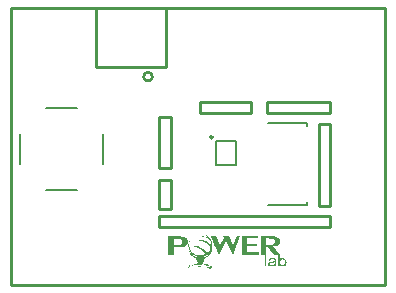
<source format=gto>
G04*
G04 #@! TF.GenerationSoftware,Altium Limited,Altium Designer,18.0.7 (293)*
G04*
G04 Layer_Color=65535*
%FSLAX25Y25*%
%MOIN*%
G70*
G01*
G75*
%ADD10C,0.01000*%
%ADD11C,0.00500*%
%ADD12C,0.00600*%
G36*
X89320Y33442D02*
X89539Y33333D01*
X89575Y33296D01*
X89721Y33260D01*
X89867Y33151D01*
X90013Y33041D01*
X90049Y33005D01*
X90158Y32932D01*
X90304Y32859D01*
X90450Y32713D01*
X90487Y32677D01*
X90596Y32567D01*
X90705Y32421D01*
X90887Y32203D01*
X91070Y31948D01*
X91215Y31656D01*
X91361Y31328D01*
X91471Y30964D01*
X91507Y30891D01*
X91544Y30708D01*
X91580Y30417D01*
Y30089D01*
Y30052D01*
Y30016D01*
Y29797D01*
X91544Y29506D01*
X91507Y29177D01*
Y29141D01*
X91471Y29068D01*
X91434Y28959D01*
X91398Y28813D01*
X91252Y28412D01*
X91033Y27975D01*
Y27938D01*
X90960Y27865D01*
X90815Y27647D01*
X90559Y27319D01*
X90195Y27027D01*
X90158Y26990D01*
X90049Y26917D01*
X89830Y26772D01*
X89612Y26626D01*
X89284Y26444D01*
X88956Y26298D01*
X88555Y26152D01*
X88154Y26079D01*
X88044Y26043D01*
Y25897D01*
Y25861D01*
Y25788D01*
X88008Y25642D01*
X87935Y25532D01*
X87899Y25496D01*
Y25460D01*
X87935D01*
X87972Y25496D01*
X88008Y25532D01*
X88081Y25642D01*
X88154Y25788D01*
Y25824D01*
Y25861D01*
X88227Y25933D01*
X88263D01*
X88336Y25970D01*
X88482Y26006D01*
X88700Y26043D01*
X88737D01*
X88810Y26079D01*
X88956Y26116D01*
X89101Y26152D01*
X89502Y26298D01*
X89867Y26480D01*
X89903D01*
X89940Y26517D01*
X90195Y26662D01*
X90487Y26881D01*
X90815Y27173D01*
X90851Y27209D01*
X90924Y27319D01*
X91033Y27428D01*
X91143Y27537D01*
X91179Y27574D01*
X91252Y27647D01*
X91325Y27792D01*
X91434Y27975D01*
X91580Y28230D01*
X91507Y28047D01*
X91325Y27683D01*
X91288Y27647D01*
X91252Y27537D01*
X91106Y27355D01*
X90960Y27136D01*
X90559Y26626D01*
X90341Y26371D01*
X90049Y26152D01*
X89685Y25897D01*
X89101Y25642D01*
X88956Y25241D01*
X88919Y25204D01*
X88883Y25059D01*
X88810Y24876D01*
X88737Y24731D01*
Y24694D01*
X88700Y24658D01*
X88555Y24439D01*
X88482Y24293D01*
X88445Y24002D01*
X88482Y23965D01*
X88555Y23929D01*
X88627Y23892D01*
X88664D01*
X88737Y23856D01*
X88919Y23710D01*
X88956D01*
X89029Y23674D01*
X89211Y23637D01*
X89247D01*
X89393Y23601D01*
X89612D01*
X89903Y23564D01*
X90487Y23455D01*
X90815Y23345D01*
X91106Y23273D01*
X91434Y23127D01*
X91398D01*
X91252Y23163D01*
X91033Y23236D01*
X90778Y23273D01*
X90705Y23309D01*
X90523Y23345D01*
X90268Y23382D01*
X89976Y23418D01*
X89466Y23491D01*
X88336Y23564D01*
X88263Y23601D01*
X88117Y23637D01*
X88008Y23674D01*
Y23637D01*
X88044Y23601D01*
Y23564D01*
X88263D01*
X88372Y23528D01*
X88700D01*
X88919Y23491D01*
X89174D01*
X89758Y23418D01*
X90377Y23309D01*
X90414D01*
X90487Y23273D01*
X90632Y23236D01*
X90815Y23200D01*
X91143Y23054D01*
X91288Y22981D01*
X91434Y22908D01*
X91471Y22872D01*
X91544Y22762D01*
Y22653D01*
X91507Y22507D01*
X91471Y22471D01*
X91398Y22398D01*
X91215Y22288D01*
X91070Y22216D01*
X90887Y22143D01*
X90851D01*
X90815Y22106D01*
X90705Y22070D01*
X90559Y22033D01*
X90158Y21960D01*
X89648Y21888D01*
X89502D01*
X89575Y21924D01*
X89830Y21997D01*
X90086Y22033D01*
X90155Y22068D01*
X88486Y22001D01*
X88445Y21997D01*
X88372D01*
X88199Y21990D01*
X88081Y21960D01*
X87461D01*
X88199Y21990D01*
X88227Y21997D01*
X88372D01*
X88486Y22001D01*
X88773Y22033D01*
X89429Y22070D01*
X89758Y22106D01*
X90049Y22143D01*
X90086D01*
X90158Y22179D01*
X90304D01*
X90450Y22216D01*
X90815Y22288D01*
X90960Y22325D01*
X91070Y22361D01*
X91106Y22398D01*
X91215Y22434D01*
X91288Y22544D01*
Y22616D01*
X91070D01*
X90960Y22580D01*
X90924D01*
X90778Y22544D01*
X90523Y22507D01*
X90195Y22434D01*
X89758Y22398D01*
X89247Y22361D01*
X88627Y22325D01*
X87935Y22288D01*
X86477Y22252D01*
X85711D01*
X85602Y22288D01*
X86732D01*
X87024Y22325D01*
X87753D01*
X88190Y22361D01*
X88627Y22398D01*
X89065Y22434D01*
X89101D01*
X89247Y22471D01*
X89466D01*
X89685Y22507D01*
X90231Y22580D01*
X90487Y22653D01*
X90705Y22689D01*
X90742D01*
X90778Y22726D01*
X90851Y22799D01*
X90887Y22872D01*
X90851Y22944D01*
X90742Y23017D01*
X90523Y23090D01*
X90341Y23127D01*
X90158Y23163D01*
X89903D01*
X89138Y23017D01*
X89101D01*
X88956Y22981D01*
X88700Y22944D01*
X88409Y22908D01*
X88008Y22872D01*
X87534Y22835D01*
X86987Y22799D01*
X86404Y22762D01*
X85255Y22700D01*
X85201Y22689D01*
X85055D01*
X84254Y22653D01*
X84946Y22689D01*
X85055D01*
X85255Y22700D01*
X85383Y22726D01*
X85602D01*
X85857Y22762D01*
X86440Y22799D01*
X87097Y22872D01*
X87753Y22944D01*
X88409Y23054D01*
X89029Y23163D01*
X89357Y23273D01*
Y23309D01*
X89174D01*
X89029Y23345D01*
X88555D01*
X88263Y23382D01*
X86987D01*
X86440Y23345D01*
X85894Y23309D01*
X85748D01*
X85602Y23273D01*
X85420Y23236D01*
X84983Y23163D01*
X84545Y23054D01*
X84509D01*
X84472Y23017D01*
X84290Y22944D01*
X84071Y22799D01*
X83889Y22616D01*
Y22580D01*
X83925Y22471D01*
X83962Y22398D01*
X84035Y22325D01*
X84181Y22252D01*
X84363Y22179D01*
X84399D01*
X84472Y22143D01*
X84399D01*
X84290Y22179D01*
X84254D01*
X84217Y22216D01*
X83998Y22288D01*
X83780Y22434D01*
X83707Y22507D01*
X83670Y22580D01*
Y22616D01*
Y22726D01*
X83743Y22835D01*
X83853Y22944D01*
X83889Y22981D01*
X83998Y23017D01*
X84181Y23090D01*
X84472Y23200D01*
X84873Y23273D01*
X85383Y23382D01*
X86003Y23455D01*
X86732Y23528D01*
X87097Y23564D01*
X87170Y23601D01*
X87206Y23637D01*
Y23674D01*
X87170D01*
X87060Y23637D01*
X87024Y23601D01*
X86914Y23564D01*
X86440Y23528D01*
X86368D01*
X86149Y23491D01*
X85857D01*
X85493Y23455D01*
X85055Y23382D01*
X84654Y23345D01*
X84254Y23236D01*
X83889Y23163D01*
X83634Y23054D01*
X83707Y23127D01*
X83743D01*
X83816Y23163D01*
X83998Y23236D01*
X84217Y23309D01*
X84509Y23382D01*
X84837Y23455D01*
X85274Y23528D01*
X85748Y23601D01*
X86149Y23637D01*
X86295Y23746D01*
X86331Y23783D01*
X86404Y23819D01*
X86586Y23892D01*
X86623D01*
X86659Y23929D01*
X86732Y24002D01*
Y24111D01*
Y24147D01*
Y24184D01*
Y24257D01*
X86696Y24293D01*
X86586Y24475D01*
Y24512D01*
X86550Y24585D01*
X86404Y24767D01*
X86149Y25605D01*
X85857Y25751D01*
X85785Y25788D01*
X85639Y25861D01*
X85420Y25970D01*
X85201Y26116D01*
X85165Y26152D01*
X85055Y26261D01*
X84873Y26407D01*
X84654Y26590D01*
X84618Y26626D01*
X84472Y26772D01*
X84326Y26917D01*
X84144Y27136D01*
X84108Y27209D01*
X83998Y27355D01*
X83889Y27610D01*
X83743Y27938D01*
X83597Y28230D01*
X83670Y28157D01*
X83707Y28084D01*
X83780Y27975D01*
X83998Y27610D01*
X84254Y27319D01*
X84290Y27282D01*
X84363Y27209D01*
X84436Y27136D01*
X84582Y26990D01*
X84946Y26699D01*
X85420Y26444D01*
X85456D01*
X85493Y26407D01*
X85602Y26371D01*
X85748Y26298D01*
X85930Y26225D01*
X86149Y26152D01*
X86404Y26079D01*
X86696Y26006D01*
X86732D01*
X86805Y25970D01*
X86914D01*
X86951Y25933D01*
X86987Y25897D01*
X87024Y25861D01*
X87060Y25751D01*
Y25715D01*
X87097Y25678D01*
X87242Y25460D01*
X87315Y25423D01*
X87279Y25460D01*
Y25496D01*
X87206Y25605D01*
X87170Y25751D01*
X87133Y25933D01*
Y26079D01*
X86878Y26116D01*
X86841D01*
X86769Y26152D01*
X86623D01*
X86477Y26225D01*
X86076Y26334D01*
X85639Y26553D01*
X85602D01*
X85529Y26626D01*
X85311Y26772D01*
X84983Y27027D01*
X84691Y27319D01*
X84654Y27391D01*
X84509Y27537D01*
X84326Y27829D01*
X84144Y28157D01*
X83962Y28594D01*
X83780Y29105D01*
X83670Y29651D01*
Y30271D01*
Y30307D01*
X83707Y30453D01*
Y30635D01*
X83780Y30854D01*
X83925Y31437D01*
X84071Y31729D01*
X84217Y32021D01*
X84436Y32312D01*
X84472Y32349D01*
X84509Y32385D01*
X84545Y32421D01*
X84436Y32239D01*
Y32203D01*
X84363Y32130D01*
X84290Y31984D01*
X84217Y31802D01*
X84108Y31583D01*
X84035Y31328D01*
X83889Y30745D01*
Y30708D01*
Y30599D01*
Y30453D01*
Y30235D01*
Y29979D01*
X83925Y29688D01*
X84071Y29068D01*
Y29032D01*
X84144Y28922D01*
X84181Y28776D01*
X84290Y28594D01*
X84545Y28120D01*
X84910Y27647D01*
X84946Y27610D01*
X85019Y27574D01*
X85128Y27464D01*
X85274Y27355D01*
X85711Y27063D01*
X86185Y26845D01*
X86222D01*
X86368Y26808D01*
X86586Y26772D01*
X86878Y26699D01*
X87170D01*
X87425Y26662D01*
X87826D01*
X87972Y26699D01*
X88117Y26735D01*
X88518Y26772D01*
X88956Y26881D01*
X89247Y27063D01*
X89284D01*
X89320Y27100D01*
X89357D01*
X89393Y27136D01*
X89247Y27355D01*
Y27391D01*
X89174Y27428D01*
X88992Y27647D01*
X88664Y27975D01*
X88190Y28339D01*
X87643Y28740D01*
X86987Y29105D01*
X86222Y29433D01*
X85347Y29651D01*
X84837Y29724D01*
X84326Y29834D01*
X85311D01*
X85456Y29797D01*
X85675Y29761D01*
X85967Y29724D01*
X86295Y29651D01*
X86696Y29542D01*
X87461Y29323D01*
X87498D01*
X87643Y29250D01*
X87826Y29177D01*
X88044Y29105D01*
X88627Y28813D01*
X89174Y28449D01*
X89211Y28412D01*
X89284Y28339D01*
X89539Y28084D01*
X89575Y28047D01*
X89648Y27975D01*
X89867Y27720D01*
X89976Y27537D01*
X90049Y27574D01*
X90086Y27610D01*
X90158Y27647D01*
X90377Y27865D01*
X90632Y28193D01*
X90778Y28412D01*
X90851Y28594D01*
Y28631D01*
X90887Y28704D01*
Y28813D01*
Y28995D01*
Y29214D01*
X90851Y29396D01*
Y29433D01*
X90778Y29578D01*
X90632Y29761D01*
X90450Y29979D01*
X90195Y30271D01*
X89867Y30562D01*
X89393Y30854D01*
X88846Y31109D01*
X88810D01*
X88700Y31182D01*
X88518Y31219D01*
X88263Y31292D01*
X87972Y31401D01*
X87643Y31474D01*
X87242Y31547D01*
X86841Y31583D01*
X85529Y31656D01*
X85493D01*
X85383Y31692D01*
X85566Y31729D01*
X87643D01*
X87862Y31692D01*
X88190Y31656D01*
X88591Y31547D01*
X89065Y31401D01*
X89539Y31255D01*
X90049Y31000D01*
X90487Y30708D01*
X90523Y30672D01*
X90596Y30635D01*
X90705Y30526D01*
X90851Y30380D01*
X90887Y30344D01*
X90960Y30271D01*
X91070Y30162D01*
X91179Y30052D01*
X91288Y29906D01*
Y29979D01*
Y30016D01*
Y30052D01*
Y30198D01*
Y30344D01*
Y30380D01*
Y30417D01*
Y30635D01*
X91215Y30891D01*
X91143Y31146D01*
Y31182D01*
X91070Y31292D01*
X90960Y31437D01*
X90815Y31620D01*
X90632Y31802D01*
X90377Y32021D01*
X90086Y32239D01*
X89758Y32421D01*
X89721Y32458D01*
X89575Y32494D01*
X89393Y32567D01*
X89138Y32677D01*
X88810Y32786D01*
X88409Y32859D01*
X88008Y32932D01*
X87534Y33005D01*
X87315Y33041D01*
X88081D01*
X88263Y33005D01*
X88482Y32968D01*
X88700Y32932D01*
X88773D01*
X88919Y32895D01*
X89211Y32859D01*
X89539Y32786D01*
X90158Y32640D01*
X90268D01*
X90231Y32677D01*
X90158Y32750D01*
X90013Y32859D01*
X89976Y32895D01*
X89867Y32968D01*
X89685Y33114D01*
X89466Y33260D01*
X89174Y33479D01*
X89211D01*
X89320Y33442D01*
D02*
G37*
G36*
X98469Y26735D02*
X96100Y31328D01*
X93840Y26735D01*
X92382Y29834D01*
X92345Y29906D01*
X92309Y30052D01*
X92200Y30271D01*
X92054Y30599D01*
X91908Y30927D01*
X91762Y31292D01*
X91434Y32021D01*
X91033Y32932D01*
X91070Y32968D01*
X93002D01*
X94241Y30016D01*
X95371Y32312D01*
X95079Y32968D01*
X97157D01*
X98615Y29979D01*
X99781Y32968D01*
X100984D01*
X98469Y26735D01*
D02*
G37*
G36*
X112247Y32932D02*
X112466D01*
X112648Y32895D01*
X112685D01*
X112794Y32859D01*
X112940Y32822D01*
X113122Y32750D01*
X113559Y32531D01*
X113742Y32421D01*
X113887Y32239D01*
X113924Y32203D01*
X113997Y32057D01*
X114106Y31875D01*
X114216Y31620D01*
Y31583D01*
Y31510D01*
Y31364D01*
Y31219D01*
Y31182D01*
Y31109D01*
X114143Y30854D01*
Y30818D01*
X114106Y30781D01*
X114033Y30562D01*
X113851Y30307D01*
X113596Y30052D01*
X113523Y30016D01*
X113377Y29943D01*
X113195Y29834D01*
X112940Y29724D01*
X112466Y29615D01*
X111992Y29542D01*
X111955D01*
X114252Y26808D01*
X112028D01*
X109623Y30089D01*
Y26808D01*
X107764D01*
Y29906D01*
Y29943D01*
Y30052D01*
Y30162D01*
Y30344D01*
Y30635D01*
Y31000D01*
Y31437D01*
Y32968D01*
X112065D01*
X112247Y32932D01*
D02*
G37*
G36*
X106998Y32203D02*
X103353D01*
Y30417D01*
X106415D01*
Y29651D01*
X103353D01*
Y27574D01*
X107071D01*
Y26808D01*
X101458D01*
Y29906D01*
Y29943D01*
Y30052D01*
Y30162D01*
Y30344D01*
Y30635D01*
Y31000D01*
Y31437D01*
Y32968D01*
X106998D01*
Y32203D01*
D02*
G37*
G36*
X81082Y32895D02*
X81337D01*
X81593Y32859D01*
X81629D01*
X81739Y32822D01*
X81884D01*
X82067Y32750D01*
X82468Y32640D01*
X82868Y32421D01*
X82905Y32385D01*
X83051Y32276D01*
X83160Y32057D01*
X83306Y31802D01*
X83342Y31729D01*
X83379Y31547D01*
X83415Y31292D01*
X83452Y30927D01*
Y30891D01*
Y30818D01*
X83379Y30599D01*
X83269Y30307D01*
X83051Y30016D01*
X83014Y29979D01*
X82905Y29906D01*
X82759Y29761D01*
X82540Y29651D01*
X82504Y29615D01*
X82358Y29578D01*
X82139Y29506D01*
X81884Y29433D01*
X81848D01*
X81702Y29396D01*
X81483Y29360D01*
X81265Y29323D01*
X78822D01*
Y26772D01*
X77000D01*
Y29870D01*
Y29906D01*
Y30016D01*
Y30125D01*
Y30307D01*
Y30599D01*
Y30964D01*
Y31401D01*
Y32932D01*
X80864D01*
X81082Y32895D01*
D02*
G37*
G36*
X91507Y23090D02*
X91544D01*
X91580Y23054D01*
X91434Y23127D01*
X91471D01*
X91507Y23090D01*
D02*
G37*
G36*
X111955Y25715D02*
X112174Y25678D01*
X112284D01*
X112502Y25605D01*
X112539Y25569D01*
X112648Y25496D01*
X112757Y25387D01*
X112867Y25241D01*
Y25204D01*
X112903Y25022D01*
Y24257D01*
Y24220D01*
Y24147D01*
Y24038D01*
Y23892D01*
Y23564D01*
Y23455D01*
Y23345D01*
Y23309D01*
X112940Y23236D01*
X112976Y23127D01*
X113013Y23017D01*
X113049Y22944D01*
X112502D01*
X112393Y23236D01*
X112247Y23127D01*
X112211D01*
X112138Y23090D01*
X112028Y23054D01*
X111883Y22981D01*
X111518Y22908D01*
X111044Y22872D01*
X111008D01*
X110971Y22908D01*
X110753Y22944D01*
X110498Y23090D01*
X110315Y23309D01*
X110242Y23418D01*
Y23674D01*
Y23710D01*
Y23783D01*
Y23892D01*
X110279Y23965D01*
X110315Y24002D01*
X110425Y24147D01*
X110461Y24184D01*
X110498Y24220D01*
X110571Y24293D01*
X110643Y24330D01*
X110680D01*
X110753Y24366D01*
X110935Y24439D01*
X110971D01*
X111081Y24475D01*
X111263D01*
X111555Y24512D01*
X111627D01*
X111810Y24548D01*
X112065Y24621D01*
X112284Y24658D01*
X112356D01*
Y24803D01*
Y24840D01*
Y24949D01*
X112284Y25059D01*
X112211Y25168D01*
X112174Y25204D01*
X111992Y25241D01*
X111773Y25314D01*
X111372D01*
X111226Y25241D01*
X111044Y25131D01*
X110898Y24949D01*
Y24913D01*
X110862Y24876D01*
X110826Y24803D01*
X110789D01*
X110315Y24913D01*
Y24949D01*
Y24986D01*
X110352Y25095D01*
X110461Y25204D01*
X110571Y25350D01*
X110753Y25532D01*
X111008Y25642D01*
X111372Y25715D01*
X111810Y25751D01*
X111846D01*
X111955Y25715D01*
D02*
G37*
G36*
X109623Y22944D02*
X109076D01*
Y24803D01*
Y24840D01*
Y24913D01*
Y24986D01*
Y25095D01*
Y25277D01*
Y25496D01*
Y25788D01*
Y26699D01*
X109623D01*
Y22944D01*
D02*
G37*
G36*
X114216Y25350D02*
X114325Y25460D01*
X114398Y25496D01*
X114543Y25605D01*
X114799Y25715D01*
X115127Y25751D01*
X115163D01*
X115272Y25715D01*
X115418Y25678D01*
X115601Y25605D01*
X115783Y25496D01*
X115965Y25350D01*
X116147Y25095D01*
X116257Y24803D01*
X116330Y24621D01*
X116366Y24330D01*
Y24293D01*
Y24184D01*
X116330Y24038D01*
X116293Y23892D01*
Y23856D01*
X116257Y23783D01*
X116184Y23564D01*
X116147Y23491D01*
X116038Y23345D01*
X115856Y23163D01*
X115601Y23017D01*
X115528Y22981D01*
X115382Y22944D01*
X115127Y22872D01*
X114799D01*
X114653Y22908D01*
X114471Y22981D01*
X114288Y23127D01*
X114216Y23236D01*
Y22944D01*
X113669D01*
Y26699D01*
X114216D01*
Y25350D01*
D02*
G37*
%LPC*%
G36*
X88263Y24038D02*
X86878D01*
X86769Y24002D01*
X88372D01*
X88263Y24038D01*
D02*
G37*
G36*
X90195Y22070D02*
X90158D01*
X90155Y22068D01*
X90195Y22070D01*
D02*
G37*
G36*
X109623Y32203D02*
Y30162D01*
X111591D01*
X111700Y30198D01*
X111883Y30271D01*
X112028Y30344D01*
X112065D01*
X112101Y30417D01*
X112284Y30599D01*
X112429Y30891D01*
X112466Y31073D01*
Y31292D01*
Y31328D01*
X112429Y31401D01*
X112356Y31656D01*
X112247Y31802D01*
X112138Y31911D01*
X111955Y32057D01*
X111737Y32130D01*
X111664Y32166D01*
X111482D01*
X109623Y32203D01*
D02*
G37*
G36*
X78822Y32166D02*
Y30089D01*
X80718D01*
X80900Y30125D01*
X80937D01*
X81010Y30162D01*
X81119Y30198D01*
X81265Y30271D01*
X81410Y30380D01*
X81520Y30562D01*
X81629Y30781D01*
X81666Y31036D01*
Y31073D01*
Y31182D01*
X81629Y31292D01*
X81593Y31474D01*
X81483Y31656D01*
X81374Y31838D01*
X81155Y31984D01*
X80900Y32094D01*
X80864D01*
X80827Y32130D01*
X80609D01*
X78822Y32166D01*
D02*
G37*
G36*
X112356Y24293D02*
X112247Y24257D01*
X112211D01*
X112065Y24220D01*
X111846Y24184D01*
X111518Y24111D01*
X111482D01*
X111336Y24074D01*
X111190Y24038D01*
X111044Y24002D01*
X111008D01*
X110971Y23965D01*
X110898Y23892D01*
X110862Y23819D01*
Y23746D01*
Y23601D01*
Y23528D01*
X110935Y23418D01*
X111008Y23345D01*
X111154Y23273D01*
X111190D01*
X111336Y23236D01*
X111482D01*
X111700Y23273D01*
X111737D01*
X111883Y23345D01*
X112028Y23418D01*
X112174Y23528D01*
X112211Y23564D01*
X112284Y23674D01*
X112320Y23819D01*
X112356Y24038D01*
Y24293D01*
D02*
G37*
G36*
X115054Y25314D02*
X114908D01*
X114762Y25277D01*
X114689Y25241D01*
X114543Y25168D01*
X114361Y24986D01*
X114252Y24694D01*
Y24658D01*
X114216Y24585D01*
X114179Y24439D01*
Y24257D01*
Y24220D01*
X114216Y24111D01*
X114252Y23819D01*
Y23783D01*
X114288Y23710D01*
X114361Y23601D01*
X114434Y23491D01*
X114471Y23455D01*
X114543Y23418D01*
X114726Y23273D01*
X115090D01*
X115272Y23309D01*
X115345Y23345D01*
X115455Y23455D01*
X115637Y23601D01*
X115746Y23856D01*
Y23892D01*
X115783Y23965D01*
Y24074D01*
Y24257D01*
Y24293D01*
Y24403D01*
Y24694D01*
Y24731D01*
X115710Y24876D01*
X115637Y24986D01*
X115491Y25131D01*
X115418Y25168D01*
X115272Y25277D01*
X115054Y25314D01*
D02*
G37*
%LPD*%
D10*
X71677Y86161D02*
G03*
X71677Y86161I-1472J0D01*
G01*
X91682Y66005D02*
G03*
X91682Y66005I-361J0D01*
G01*
X24632Y16868D02*
X149261D01*
X24500Y17000D02*
X24632Y16868D01*
X24500Y17000D02*
Y108723D01*
X104500Y73905D02*
Y77764D01*
X87509Y73905D02*
X104500D01*
X73903Y42000D02*
Y51764D01*
X77761D01*
Y42000D02*
Y51764D01*
X73903Y42000D02*
X77761D01*
X87509Y77764D02*
X104500D01*
X73903Y35917D02*
Y39752D01*
X52752Y108988D02*
X76268D01*
X52752Y89326D02*
Y108988D01*
Y89326D02*
X76252D01*
Y108972D01*
X76268Y108988D01*
X110000Y77764D02*
X130911D01*
X87509Y73905D02*
Y77764D01*
X130911Y43000D02*
Y70500D01*
X127052Y43000D02*
Y70500D01*
X130911D01*
X127052Y43000D02*
X130911D01*
X127052Y39752D02*
X130911D01*
Y73905D02*
Y77764D01*
X149261Y16868D02*
Y109090D01*
X24500Y109090D02*
X149261Y109090D01*
X73903Y55728D02*
X77761D01*
Y72764D01*
X73903D02*
X77761D01*
X73903Y55728D02*
Y72764D01*
X110000Y73905D02*
X130911D01*
X110000D02*
Y77764D01*
X130911Y35894D02*
Y39752D01*
X73903Y35894D02*
X130911D01*
X73903Y39752D02*
X127052D01*
D11*
X110063Y70780D02*
X123055D01*
Y69598D02*
Y70780D01*
Y43220D02*
Y44402D01*
X110063Y43220D02*
X123055D01*
X36291Y75847D02*
X46527D01*
X55189Y56950D02*
Y67186D01*
X27630Y56950D02*
Y67186D01*
X36291Y48288D02*
X46527D01*
D12*
X92867Y56563D02*
Y64846D01*
X99576D01*
Y56563D02*
Y64846D01*
X92867Y56563D02*
X99576D01*
M02*

</source>
